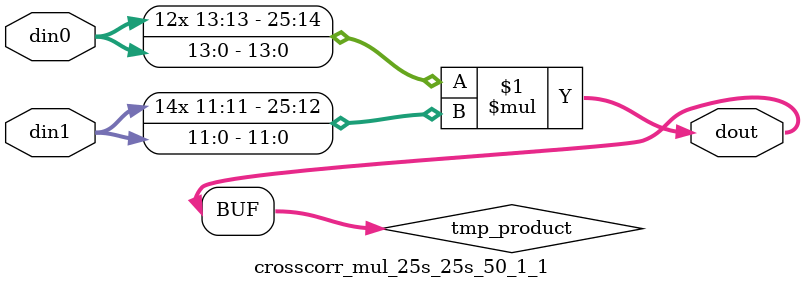
<source format=v>

`timescale 1 ns / 1 ps

 module crosscorr_mul_25s_25s_50_1_1(din0, din1, dout);
parameter ID = 1;
parameter NUM_STAGE = 0;
parameter din0_WIDTH = 14;
parameter din1_WIDTH = 12;
parameter dout_WIDTH = 26;

input [din0_WIDTH - 1 : 0] din0; 
input [din1_WIDTH - 1 : 0] din1; 
output [dout_WIDTH - 1 : 0] dout;

wire signed [dout_WIDTH - 1 : 0] tmp_product;



























assign tmp_product = $signed(din0) * $signed(din1);








assign dout = tmp_product;





















endmodule

</source>
